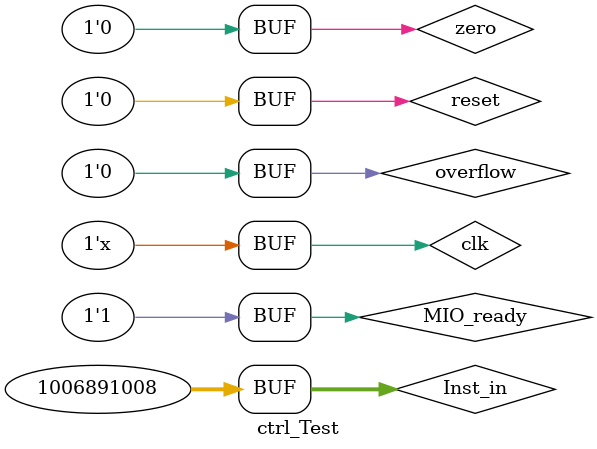
<source format=v>
`timescale 1ns / 1ps


module ctrl_Test;

// Inputs
reg clk;
reg reset;
reg [31:0] Inst_in;
reg zero;
reg overflow;
reg MIO_ready;

// Outputs
wire MemRead;
wire MemWrite;
wire [2:0] ALU_operation;
wire [4:0] state_out;
wire CPU_MIO;
wire IorD;
wire IRWrite;
wire [1:0] RegDst;
wire RegWrite;
wire [1:0] MemtoReg;
wire ALUSrcA;
wire [1:0] ALUSrcB;
wire [1:0] PCSource;
wire PCWrite;
wire PCWriteCond;
wire Branch;

// Instantiate the Unit Under Test (UUT)
ctrl uut (
         .clk(clk),
         .reset(reset),
         .Inst_in(Inst_in),
         .zero(zero),
         .overflow(overflow),
         .MIO_ready(MIO_ready),
         .MemRead(MemRead),
         .MemWrite(MemWrite),
         .ALU_operation(ALU_operation),
         .state_out(state_out),
         .CPU_MIO(CPU_MIO),
         .IorD(IorD),
         .IRWrite(IRWrite),
         .RegDst(RegDst),
         .RegWrite(RegWrite),
         .MemtoReg(MemtoReg),
         .ALUSrcA(ALUSrcA),
         .ALUSrcB(ALUSrcB),
         .PCSource(PCSource),
         .PCWrite(PCWrite),
         .PCWriteCond(PCWriteCond),
         .Branch(Branch)
     );

initial begin
    // Initialize Inputs
    clk = 0;
    reset = 0;
    Inst_in = 0;
    zero = 0;
    overflow = 0;
    MIO_ready = 0;
    Inst_in = 32'b00111100000000111111000000000000;

    // Wait 100 ns for global reset to finish
    #80;

    reset=1;
    #10;
    reset=0;
    #10;
    MIO_ready=1;
    // Add stimulus here
end

always begin
    clk=~clk;
    #5;
end

endmodule


</source>
